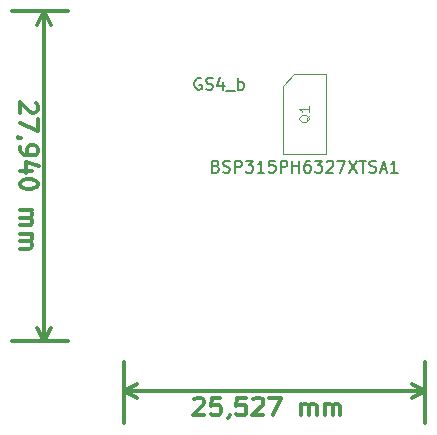
<source format=gbr>
G04 #@! TF.GenerationSoftware,KiCad,Pcbnew,(5.1.5)-3*
G04 #@! TF.CreationDate,2020-12-08T16:15:33+01:00*
G04 #@! TF.ProjectId,Microduino_UART,4d696372-6f64-4756-996e-6f5f55415254,0.0*
G04 #@! TF.SameCoordinates,Original*
G04 #@! TF.FileFunction,Other,Fab,Top*
%FSLAX46Y46*%
G04 Gerber Fmt 4.6, Leading zero omitted, Abs format (unit mm)*
G04 Created by KiCad (PCBNEW (5.1.5)-3) date 2020-12-08 16:15:33*
%MOMM*%
%LPD*%
G04 APERTURE LIST*
%ADD10C,0.300000*%
%ADD11C,0.100000*%
%ADD12C,0.150000*%
%ADD13C,0.120000*%
G04 APERTURE END LIST*
D10*
X131433971Y-70493714D02*
X131505400Y-70565142D01*
X131576828Y-70708000D01*
X131576828Y-71065142D01*
X131505400Y-71208000D01*
X131433971Y-71279428D01*
X131291114Y-71350857D01*
X131148257Y-71350857D01*
X130933971Y-71279428D01*
X130076828Y-70422285D01*
X130076828Y-71350857D01*
X131576828Y-71850857D02*
X131576828Y-72850857D01*
X130076828Y-72208000D01*
X130148257Y-73493714D02*
X130076828Y-73493714D01*
X129933971Y-73422285D01*
X129862542Y-73350857D01*
X130076828Y-74208000D02*
X130076828Y-74493714D01*
X130148257Y-74636571D01*
X130219685Y-74708000D01*
X130433971Y-74850857D01*
X130719685Y-74922285D01*
X131291114Y-74922285D01*
X131433971Y-74850857D01*
X131505400Y-74779428D01*
X131576828Y-74636571D01*
X131576828Y-74350857D01*
X131505400Y-74208000D01*
X131433971Y-74136571D01*
X131291114Y-74065142D01*
X130933971Y-74065142D01*
X130791114Y-74136571D01*
X130719685Y-74208000D01*
X130648257Y-74350857D01*
X130648257Y-74636571D01*
X130719685Y-74779428D01*
X130791114Y-74850857D01*
X130933971Y-74922285D01*
X131076828Y-76208000D02*
X130076828Y-76208000D01*
X131648257Y-75850857D02*
X130576828Y-75493714D01*
X130576828Y-76422285D01*
X131576828Y-77279428D02*
X131576828Y-77422285D01*
X131505400Y-77565142D01*
X131433971Y-77636571D01*
X131291114Y-77708000D01*
X131005400Y-77779428D01*
X130648257Y-77779428D01*
X130362542Y-77708000D01*
X130219685Y-77636571D01*
X130148257Y-77565142D01*
X130076828Y-77422285D01*
X130076828Y-77279428D01*
X130148257Y-77136571D01*
X130219685Y-77065142D01*
X130362542Y-76993714D01*
X130648257Y-76922285D01*
X131005400Y-76922285D01*
X131291114Y-76993714D01*
X131433971Y-77065142D01*
X131505400Y-77136571D01*
X131576828Y-77279428D01*
X130076828Y-79565142D02*
X131076828Y-79565142D01*
X130933971Y-79565142D02*
X131005400Y-79636571D01*
X131076828Y-79779428D01*
X131076828Y-79993714D01*
X131005400Y-80136571D01*
X130862542Y-80208000D01*
X130076828Y-80208000D01*
X130862542Y-80208000D02*
X131005400Y-80279428D01*
X131076828Y-80422285D01*
X131076828Y-80636571D01*
X131005400Y-80779428D01*
X130862542Y-80850857D01*
X130076828Y-80850857D01*
X130076828Y-81565142D02*
X131076828Y-81565142D01*
X130933971Y-81565142D02*
X131005400Y-81636571D01*
X131076828Y-81779428D01*
X131076828Y-81993714D01*
X131005400Y-82136571D01*
X130862542Y-82208000D01*
X130076828Y-82208000D01*
X130862542Y-82208000D02*
X131005400Y-82279428D01*
X131076828Y-82422285D01*
X131076828Y-82636571D01*
X131005400Y-82779428D01*
X130862542Y-82850857D01*
X130076828Y-82850857D01*
X132105400Y-62738000D02*
X132105400Y-90678000D01*
X134137400Y-62738000D02*
X129405400Y-62738000D01*
X134137400Y-90678000D02*
X129405400Y-90678000D01*
X132105400Y-90678000D02*
X131518979Y-89551496D01*
X132105400Y-90678000D02*
X132691821Y-89551496D01*
X132105400Y-62738000D02*
X131518979Y-63864504D01*
X132105400Y-62738000D02*
X132691821Y-63864504D01*
X144814114Y-95587428D02*
X144885542Y-95516000D01*
X145028400Y-95444571D01*
X145385542Y-95444571D01*
X145528400Y-95516000D01*
X145599828Y-95587428D01*
X145671257Y-95730285D01*
X145671257Y-95873142D01*
X145599828Y-96087428D01*
X144742685Y-96944571D01*
X145671257Y-96944571D01*
X147028400Y-95444571D02*
X146314114Y-95444571D01*
X146242685Y-96158857D01*
X146314114Y-96087428D01*
X146456971Y-96016000D01*
X146814114Y-96016000D01*
X146956971Y-96087428D01*
X147028400Y-96158857D01*
X147099828Y-96301714D01*
X147099828Y-96658857D01*
X147028400Y-96801714D01*
X146956971Y-96873142D01*
X146814114Y-96944571D01*
X146456971Y-96944571D01*
X146314114Y-96873142D01*
X146242685Y-96801714D01*
X147814114Y-96873142D02*
X147814114Y-96944571D01*
X147742685Y-97087428D01*
X147671257Y-97158857D01*
X149171257Y-95444571D02*
X148456971Y-95444571D01*
X148385542Y-96158857D01*
X148456971Y-96087428D01*
X148599828Y-96016000D01*
X148956971Y-96016000D01*
X149099828Y-96087428D01*
X149171257Y-96158857D01*
X149242685Y-96301714D01*
X149242685Y-96658857D01*
X149171257Y-96801714D01*
X149099828Y-96873142D01*
X148956971Y-96944571D01*
X148599828Y-96944571D01*
X148456971Y-96873142D01*
X148385542Y-96801714D01*
X149814114Y-95587428D02*
X149885542Y-95516000D01*
X150028400Y-95444571D01*
X150385542Y-95444571D01*
X150528400Y-95516000D01*
X150599828Y-95587428D01*
X150671257Y-95730285D01*
X150671257Y-95873142D01*
X150599828Y-96087428D01*
X149742685Y-96944571D01*
X150671257Y-96944571D01*
X151171257Y-95444571D02*
X152171257Y-95444571D01*
X151528400Y-96944571D01*
X153885542Y-96944571D02*
X153885542Y-95944571D01*
X153885542Y-96087428D02*
X153956971Y-96016000D01*
X154099828Y-95944571D01*
X154314114Y-95944571D01*
X154456971Y-96016000D01*
X154528400Y-96158857D01*
X154528400Y-96944571D01*
X154528400Y-96158857D02*
X154599828Y-96016000D01*
X154742685Y-95944571D01*
X154956971Y-95944571D01*
X155099828Y-96016000D01*
X155171257Y-96158857D01*
X155171257Y-96944571D01*
X155885542Y-96944571D02*
X155885542Y-95944571D01*
X155885542Y-96087428D02*
X155956971Y-96016000D01*
X156099828Y-95944571D01*
X156314114Y-95944571D01*
X156456971Y-96016000D01*
X156528400Y-96158857D01*
X156528400Y-96944571D01*
X156528400Y-96158857D02*
X156599828Y-96016000D01*
X156742685Y-95944571D01*
X156956971Y-95944571D01*
X157099828Y-96016000D01*
X157171257Y-96158857D01*
X157171257Y-96944571D01*
X164363400Y-94868999D02*
X138836400Y-94868999D01*
X164363400Y-92456000D02*
X164363400Y-97568999D01*
X138836400Y-92456000D02*
X138836400Y-97568999D01*
X138836400Y-94868999D02*
X139962904Y-94282578D01*
X138836400Y-94868999D02*
X139962904Y-95455420D01*
X164363400Y-94868999D02*
X163236896Y-94282578D01*
X164363400Y-94868999D02*
X163236896Y-95455420D01*
D11*
X152302600Y-69074800D02*
X153302600Y-68074800D01*
X152302600Y-69074800D02*
X152302600Y-74774800D01*
X153302600Y-68074800D02*
X156002600Y-68074800D01*
X152302600Y-74774800D02*
X156002600Y-74774800D01*
X156002600Y-68074800D02*
X156002600Y-74774800D01*
D12*
X145402490Y-68413600D02*
X145307252Y-68365980D01*
X145164395Y-68365980D01*
X145021538Y-68413600D01*
X144926300Y-68508838D01*
X144878680Y-68604076D01*
X144831061Y-68794552D01*
X144831061Y-68937409D01*
X144878680Y-69127885D01*
X144926300Y-69223123D01*
X145021538Y-69318361D01*
X145164395Y-69365980D01*
X145259633Y-69365980D01*
X145402490Y-69318361D01*
X145450109Y-69270742D01*
X145450109Y-68937409D01*
X145259633Y-68937409D01*
X145831061Y-69318361D02*
X145973919Y-69365980D01*
X146212014Y-69365980D01*
X146307252Y-69318361D01*
X146354871Y-69270742D01*
X146402490Y-69175504D01*
X146402490Y-69080266D01*
X146354871Y-68985028D01*
X146307252Y-68937409D01*
X146212014Y-68889790D01*
X146021538Y-68842171D01*
X145926300Y-68794552D01*
X145878680Y-68746933D01*
X145831061Y-68651695D01*
X145831061Y-68556457D01*
X145878680Y-68461219D01*
X145926300Y-68413600D01*
X146021538Y-68365980D01*
X146259633Y-68365980D01*
X146402490Y-68413600D01*
X147259633Y-68699314D02*
X147259633Y-69365980D01*
X147021538Y-68318361D02*
X146783442Y-69032647D01*
X147402490Y-69032647D01*
X147545347Y-69461219D02*
X148307252Y-69461219D01*
X148545347Y-69365980D02*
X148545347Y-68365980D01*
X148545347Y-68746933D02*
X148640585Y-68699314D01*
X148831061Y-68699314D01*
X148926300Y-68746933D01*
X148973919Y-68794552D01*
X149021538Y-68889790D01*
X149021538Y-69175504D01*
X148973919Y-69270742D01*
X148926300Y-69318361D01*
X148831061Y-69365980D01*
X148640585Y-69365980D01*
X148545347Y-69318361D01*
X146652600Y-75853371D02*
X146795457Y-75900990D01*
X146843076Y-75948609D01*
X146890695Y-76043847D01*
X146890695Y-76186704D01*
X146843076Y-76281942D01*
X146795457Y-76329561D01*
X146700219Y-76377180D01*
X146319266Y-76377180D01*
X146319266Y-75377180D01*
X146652600Y-75377180D01*
X146747838Y-75424800D01*
X146795457Y-75472419D01*
X146843076Y-75567657D01*
X146843076Y-75662895D01*
X146795457Y-75758133D01*
X146747838Y-75805752D01*
X146652600Y-75853371D01*
X146319266Y-75853371D01*
X147271647Y-76329561D02*
X147414504Y-76377180D01*
X147652600Y-76377180D01*
X147747838Y-76329561D01*
X147795457Y-76281942D01*
X147843076Y-76186704D01*
X147843076Y-76091466D01*
X147795457Y-75996228D01*
X147747838Y-75948609D01*
X147652600Y-75900990D01*
X147462123Y-75853371D01*
X147366885Y-75805752D01*
X147319266Y-75758133D01*
X147271647Y-75662895D01*
X147271647Y-75567657D01*
X147319266Y-75472419D01*
X147366885Y-75424800D01*
X147462123Y-75377180D01*
X147700219Y-75377180D01*
X147843076Y-75424800D01*
X148271647Y-76377180D02*
X148271647Y-75377180D01*
X148652600Y-75377180D01*
X148747838Y-75424800D01*
X148795457Y-75472419D01*
X148843076Y-75567657D01*
X148843076Y-75710514D01*
X148795457Y-75805752D01*
X148747838Y-75853371D01*
X148652600Y-75900990D01*
X148271647Y-75900990D01*
X149176409Y-75377180D02*
X149795457Y-75377180D01*
X149462123Y-75758133D01*
X149604980Y-75758133D01*
X149700219Y-75805752D01*
X149747838Y-75853371D01*
X149795457Y-75948609D01*
X149795457Y-76186704D01*
X149747838Y-76281942D01*
X149700219Y-76329561D01*
X149604980Y-76377180D01*
X149319266Y-76377180D01*
X149224028Y-76329561D01*
X149176409Y-76281942D01*
X150747838Y-76377180D02*
X150176409Y-76377180D01*
X150462123Y-76377180D02*
X150462123Y-75377180D01*
X150366885Y-75520038D01*
X150271647Y-75615276D01*
X150176409Y-75662895D01*
X151652600Y-75377180D02*
X151176409Y-75377180D01*
X151128790Y-75853371D01*
X151176409Y-75805752D01*
X151271647Y-75758133D01*
X151509742Y-75758133D01*
X151604980Y-75805752D01*
X151652600Y-75853371D01*
X151700219Y-75948609D01*
X151700219Y-76186704D01*
X151652600Y-76281942D01*
X151604980Y-76329561D01*
X151509742Y-76377180D01*
X151271647Y-76377180D01*
X151176409Y-76329561D01*
X151128790Y-76281942D01*
X152128790Y-76377180D02*
X152128790Y-75377180D01*
X152509742Y-75377180D01*
X152604980Y-75424800D01*
X152652600Y-75472419D01*
X152700219Y-75567657D01*
X152700219Y-75710514D01*
X152652600Y-75805752D01*
X152604980Y-75853371D01*
X152509742Y-75900990D01*
X152128790Y-75900990D01*
X153128790Y-76377180D02*
X153128790Y-75377180D01*
X153128790Y-75853371D02*
X153700219Y-75853371D01*
X153700219Y-76377180D02*
X153700219Y-75377180D01*
X154604980Y-75377180D02*
X154414504Y-75377180D01*
X154319266Y-75424800D01*
X154271647Y-75472419D01*
X154176409Y-75615276D01*
X154128790Y-75805752D01*
X154128790Y-76186704D01*
X154176409Y-76281942D01*
X154224028Y-76329561D01*
X154319266Y-76377180D01*
X154509742Y-76377180D01*
X154604980Y-76329561D01*
X154652600Y-76281942D01*
X154700219Y-76186704D01*
X154700219Y-75948609D01*
X154652600Y-75853371D01*
X154604980Y-75805752D01*
X154509742Y-75758133D01*
X154319266Y-75758133D01*
X154224028Y-75805752D01*
X154176409Y-75853371D01*
X154128790Y-75948609D01*
X155033552Y-75377180D02*
X155652600Y-75377180D01*
X155319266Y-75758133D01*
X155462123Y-75758133D01*
X155557361Y-75805752D01*
X155604980Y-75853371D01*
X155652600Y-75948609D01*
X155652600Y-76186704D01*
X155604980Y-76281942D01*
X155557361Y-76329561D01*
X155462123Y-76377180D01*
X155176409Y-76377180D01*
X155081171Y-76329561D01*
X155033552Y-76281942D01*
X156033552Y-75472419D02*
X156081171Y-75424800D01*
X156176409Y-75377180D01*
X156414504Y-75377180D01*
X156509742Y-75424800D01*
X156557361Y-75472419D01*
X156604980Y-75567657D01*
X156604980Y-75662895D01*
X156557361Y-75805752D01*
X155985933Y-76377180D01*
X156604980Y-76377180D01*
X156938314Y-75377180D02*
X157604980Y-75377180D01*
X157176409Y-76377180D01*
X157890695Y-75377180D02*
X158557361Y-76377180D01*
X158557361Y-75377180D02*
X157890695Y-76377180D01*
X158795457Y-75377180D02*
X159366885Y-75377180D01*
X159081171Y-76377180D02*
X159081171Y-75377180D01*
X159652600Y-76329561D02*
X159795457Y-76377180D01*
X160033552Y-76377180D01*
X160128790Y-76329561D01*
X160176409Y-76281942D01*
X160224028Y-76186704D01*
X160224028Y-76091466D01*
X160176409Y-75996228D01*
X160128790Y-75948609D01*
X160033552Y-75900990D01*
X159843076Y-75853371D01*
X159747838Y-75805752D01*
X159700219Y-75758133D01*
X159652600Y-75662895D01*
X159652600Y-75567657D01*
X159700219Y-75472419D01*
X159747838Y-75424800D01*
X159843076Y-75377180D01*
X160081171Y-75377180D01*
X160224028Y-75424800D01*
X160604980Y-76091466D02*
X161081171Y-76091466D01*
X160509742Y-76377180D02*
X160843076Y-75377180D01*
X161176409Y-76377180D01*
X162033552Y-76377180D02*
X161462123Y-76377180D01*
X161747838Y-76377180D02*
X161747838Y-75377180D01*
X161652600Y-75520038D01*
X161557361Y-75615276D01*
X161462123Y-75662895D01*
D13*
X154590695Y-71500990D02*
X154552600Y-71577180D01*
X154476409Y-71653371D01*
X154362123Y-71767657D01*
X154324028Y-71843847D01*
X154324028Y-71920038D01*
X154514504Y-71881942D02*
X154476409Y-71958133D01*
X154400219Y-72034323D01*
X154247838Y-72072419D01*
X153981171Y-72072419D01*
X153828790Y-72034323D01*
X153752600Y-71958133D01*
X153714504Y-71881942D01*
X153714504Y-71729561D01*
X153752600Y-71653371D01*
X153828790Y-71577180D01*
X153981171Y-71539085D01*
X154247838Y-71539085D01*
X154400219Y-71577180D01*
X154476409Y-71653371D01*
X154514504Y-71729561D01*
X154514504Y-71881942D01*
X154514504Y-70777180D02*
X154514504Y-71234323D01*
X154514504Y-71005752D02*
X153714504Y-71005752D01*
X153828790Y-71081942D01*
X153904980Y-71158133D01*
X153943076Y-71234323D01*
M02*

</source>
